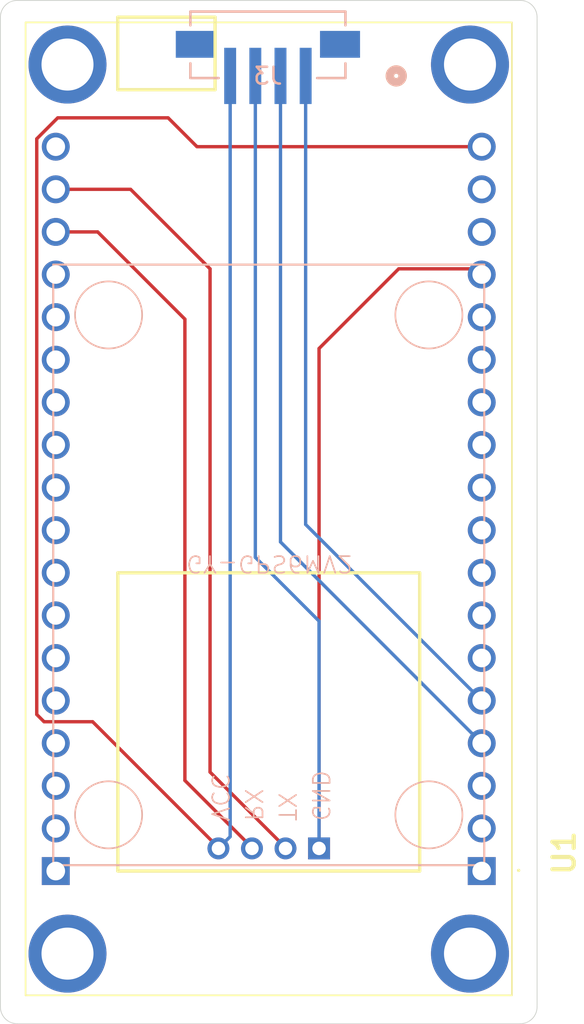
<source format=kicad_pcb>
(kicad_pcb (version 20241229) (generator "pcbnew") (generator_version "9.0")
  (layers (0 "F.Cu" signal) (2 "B.Cu" signal) (13 "F.Paste" user) (15 "B.Paste" user) (5 "F.SilkS" user "F.Silkscreen") (7 "B.SilkS" user "B.Silkscreen") (1 "F.Mask" user) (3 "B.Mask" user) (25 "Edge.Cuts" user))
  (net 0 "")
  (net 1 "GND")
  (net 2 "TX")
  (net 3 "RX")
  (net 4 "vcc")
  (net 5 "TX_1")
  (net 6 "RX_1")
  (footprint "Library:FIREBEETLE_ESP32" (layer "F.Cu") (at 202 77 -90)
    (property "Reference" "U1" (at 24.322 -17.61 90) (layer "F.SilkS") (effects (font (size 1.27 1.27) (thickness 0.254))))
    (property "Value" "DFR0478" (hide yes))
    (fp_line (start -25.19 14.5) (end -25.19 -14.5) (stroke (width 0.1)) (layer "F.SilkS"))
    (fp_line (start 32.81 14.5) (end -25.19 14.5) (stroke (width 0.1)) (layer "F.SilkS"))
    (fp_line (start -25.5 9.005) (end -21.178 9.005) (stroke (width 0.2)) (layer "F.SilkS"))
    (fp_line (start -21.178 9.005) (end -21.178 3.199) (stroke (width 0.2)) (layer "F.SilkS"))
    (fp_line (start 7.62 9) (end 25.4 9) (stroke (width 0.2)) (layer "F.SilkS"))
    (fp_line (start 25.4 9) (end 25.4 -9) (stroke (width 0.2)) (layer "F.SilkS"))
    (fp_line (start -25.5 3.199) (end -25.5 9.005) (stroke (width 0.2)) (layer "F.SilkS"))
    (fp_line (start -21.178 3.199) (end -25.5 3.199) (stroke (width 0.2)) (layer "F.SilkS"))
    (fp_line (start 7.62 -9) (end 7.62 9) (stroke (width 0.2)) (layer "F.SilkS"))
    (fp_line (start 25.4 -9) (end 7.62 -9) (stroke (width 0.2)) (layer "F.SilkS"))
    (fp_line (start -25.19 -14.5) (end 32.81 -14.5) (stroke (width 0.1)) (layer "F.SilkS"))
    (fp_line (start 32.81 -14.5) (end 32.81 14.5) (stroke (width 0.1)) (layer "F.SilkS"))
    (fp_line (start 25.31 -14.9) (end 25.31 -14.9) (stroke (width 0.1)) (layer "F.SilkS"))
    (fp_line (start 25.41 -14.9) (end 25.41 -14.9) (stroke (width 0.1)) (layer "F.SilkS"))
    (fp_arc (start 25.31 -14.9) (mid 25.36 -14.95) (end 25.41 -14.9) (stroke (width 0.1)) (layer "F.SilkS"))
    (fp_arc (start 25.41 -14.9) (mid 25.36 -14.85) (end 25.31 -14.9) (stroke (width 0.1)) (layer "F.SilkS"))
    (pad "1" thru_hole rect (at 25.4 -12.7 270) (size 1.665 1.665) (drill 1.11) (layers "*.Cu" "*.Mask"))
    (pad "2" thru_hole circle (at 22.86 -12.7 270) (size 1.665 1.665) (drill 1.11) (layers "*.Cu" "*.Mask"))
    (pad "3" thru_hole circle (at 20.32 -12.7 270) (size 1.665 1.665) (drill 1.11) (layers "*.Cu" "*.Mask"))
    (pad "4" thru_hole circle (at 17.78 -12.7 270) (size 1.665 1.665) (drill 1.11) (layers "*.Cu" "*.Mask") (net 6 "RX_1"))
    (pad "5" thru_hole circle (at 15.24 -12.7 270) (size 1.665 1.665) (drill 1.11) (layers "*.Cu" "*.Mask") (net 5 "TX_1"))
    (pad "6" thru_hole circle (at 12.7 -12.7 270) (size 1.665 1.665) (drill 1.11) (layers "*.Cu" "*.Mask"))
    (pad "7" thru_hole circle (at 10.16 -12.7 270) (size 1.665 1.665) (drill 1.11) (layers "*.Cu" "*.Mask"))
    (pad "8" thru_hole circle (at 7.62 -12.7 270) (size 1.665 1.665) (drill 1.11) (layers "*.Cu" "*.Mask"))
    (pad "9" thru_hole circle (at 5.08 -12.7 270) (size 1.665 1.665) (drill 1.11) (layers "*.Cu" "*.Mask"))
    (pad "10" thru_hole circle (at 2.54 -12.7 270) (size 1.665 1.665) (drill 1.11) (layers "*.Cu" "*.Mask"))
    (pad "11" thru_hole circle (at 0 -12.7 270) (size 1.665 1.665) (drill 1.11) (layers "*.Cu" "*.Mask"))
    (pad "12" thru_hole circle (at -2.54 -12.7 270) (size 1.665 1.665) (drill 1.11) (layers "*.Cu" "*.Mask"))
    (pad "13" thru_hole circle (at -5.08 -12.7 270) (size 1.665 1.665) (drill 1.11) (layers "*.Cu" "*.Mask"))
    (pad "14" thru_hole circle (at -7.62 -12.7 270) (size 1.665 1.665) (drill 1.11) (layers "*.Cu" "*.Mask"))
    (pad "15" thru_hole circle (at -10.16 -12.7 270) (size 1.665 1.665) (drill 1.11) (layers "*.Cu" "*.Mask") (net 1 "GND"))
    (pad "16" thru_hole circle (at -12.7 -12.7 270) (size 1.665 1.665) (drill 1.11) (layers "*.Cu" "*.Mask"))
    (pad "17" thru_hole circle (at -15.24 -12.7 270) (size 1.665 1.665) (drill 1.11) (layers "*.Cu" "*.Mask"))
    (pad "18" thru_hole circle (at -17.78 -12.7 270) (size 1.665 1.665) (drill 1.11) (layers "*.Cu" "*.Mask") (net 4 "vcc"))
    (pad "19" thru_hole rect (at 25.4 12.7 270) (size 1.665 1.665) (drill 1.11) (layers "*.Cu" "*.Mask"))
    (pad "20" thru_hole circle (at 22.86 12.7 270) (size 1.665 1.665) (drill 1.11) (layers "*.Cu" "*.Mask"))
    (pad "21" thru_hole circle (at 20.32 12.7 270) (size 1.665 1.665) (drill 1.11) (layers "*.Cu" "*.Mask"))
    (pad "22" thru_hole circle (at 17.78 12.7 270) (size 1.665 1.665) (drill 1.11) (layers "*.Cu" "*.Mask"))
    (pad "23" thru_hole circle (at 15.24 12.7 270) (size 1.665 1.665) (drill 1.11) (layers "*.Cu" "*.Mask"))
    (pad "24" thru_hole circle (at 12.7 12.7 270) (size 1.665 1.665) (drill 1.11) (layers "*.Cu" "*.Mask"))
    (pad "25" thru_hole circle (at 10.16 12.7 270) (size 1.665 1.665) (drill 1.11) (layers "*.Cu" "*.Mask"))
    (pad "26" thru_hole circle (at 7.62 12.7 270) (size 1.665 1.665) (drill 1.11) (layers "*.Cu" "*.Mask"))
    (pad "27" thru_hole circle (at 5.08 12.7 270) (size 1.665 1.665) (drill 1.11) (layers "*.Cu" "*.Mask"))
    (pad "28" thru_hole circle (at 2.54 12.7 270) (size 1.665 1.665) (drill 1.11) (layers "*.Cu" "*.Mask"))
    (pad "29" thru_hole circle (at 0 12.7 270) (size 1.665 1.665) (drill 1.11) (layers "*.Cu" "*.Mask"))
    (pad "30" thru_hole circle (at -2.54 12.7 270) (size 1.665 1.665) (drill 1.11) (layers "*.Cu" "*.Mask"))
    (pad "31" thru_hole circle (at -5.08 12.7 270) (size 1.665 1.665) (drill 1.11) (layers "*.Cu" "*.Mask"))
    (pad "32" thru_hole circle (at -7.62 12.7 270) (size 1.665 1.665) (drill 1.11) (layers "*.Cu" "*.Mask"))
    (pad "33" thru_hole circle (at -10.16 12.7 270) (size 1.665 1.665) (drill 1.11) (layers "*.Cu" "*.Mask"))
    (pad "34" thru_hole circle (at -12.7 12.7 270) (size 1.665 1.665) (drill 1.11) (layers "*.Cu" "*.Mask") (net 3 "RX"))
    (pad "35" thru_hole circle (at -15.24 12.7 270) (size 1.665 1.665) (drill 1.11) (layers "*.Cu" "*.Mask") (net 2 "TX"))
    (pad "36" thru_hole circle (at -17.78 12.7 270) (size 1.665 1.665) (drill 1.11) (layers "*.Cu" "*.Mask"))
    (pad "MH1" thru_hole circle (at -22.677 12 270) (size 4.65 4.65) (drill 3.1) (layers "*.Cu" "*.Mask"))
    (pad "MH2" thru_hole circle (at -22.677 -12 270) (size 4.65 4.65) (drill 3.1) (layers "*.Cu" "*.Mask"))
    (pad "MH3" thru_hole circle (at 30.323 -12 270) (size 4.65 4.65) (drill 3.1) (layers "*.Cu" "*.Mask"))
    (pad "MH4" thru_hole circle (at 30.323 12 270) (size 4.65 4.65) (drill 3.1) (layers "*.Cu" "*.Mask"))
  )
  (footprint "Library:CONN_B4B-ZR-SM4-TF_JST" (layer "B.Cu") (at 201.949998 53.1458 180)
    (property "Reference" "J3" (at 0 -1.8542 0) (layer "B.SilkS") (effects (justify mirror)))
    (property "Value" "B4B-PH-SM4-TB__LF__SN_")
    (fp_circle (center -7.652802 -1.8542) (end -7.271802 -1.8542) (stroke (width 0.508)) (fill no) (layer "F.SilkS"))
    (fp_line (start 4.6228 1.9812) (end -4.6228 1.9812) (stroke (width 0.1524)) (layer "B.SilkS"))
    (fp_line (start 4.6228 1.161288) (end 4.6228 1.9812) (stroke (width 0.1524)) (layer "B.SilkS"))
    (fp_line (start 4.6228 -1.9812) (end 4.6228 -1.104392) (stroke (width 0.1524)) (layer "B.SilkS"))
    (fp_line (start 2.938341 -1.9812) (end 4.6228 -1.9812) (stroke (width 0.1524)) (layer "B.SilkS"))
    (fp_line (start -4.6228 1.9812) (end -4.6228 1.161288) (stroke (width 0.1524)) (layer "B.SilkS"))
    (fp_line (start -4.6228 -1.104392) (end -4.6228 -1.9812) (stroke (width 0.1524)) (layer "B.SilkS"))
    (fp_line (start -4.6228 -1.9812) (end -2.938341 -1.9812) (stroke (width 0.1524)) (layer "B.SilkS"))
    (fp_circle (center -7.652802 -1.8542) (end -7.271802 -1.8542) (stroke (width 0.508)) (fill no) (layer "B.SilkS"))
    (pad "1" smd rect (at -2.250001 -1.8542 180) (size 0.7112 3.3528) (layers "B.Cu" "B.Mask" "B.Paste") (net 5 "TX_1"))
    (pad "2" smd rect (at -0.750001 -1.8542 180) (size 0.7112 3.3528) (layers "B.Cu" "B.Mask" "B.Paste") (net 6 "RX_1"))
    (pad "3" smd rect (at 0.750001 -1.8542 180) (size 0.7112 3.3528) (layers "B.Cu" "B.Mask" "B.Paste") (net 1 "GND"))
    (pad "4" smd rect (at 2.250001 -1.8542 180) (size 0.7112 3.3528) (layers "B.Cu" "B.Mask" "B.Paste") (net 4 "vcc"))
    (pad "5" smd rect (at -4.300002 0.028448 180) (size 2.3876 1.6002) (layers "B.Cu" "B.Mask" "B.Paste"))
    (pad "6" smd rect (at 4.300002 0.028448 180) (size 2.3876 1.6002) (layers "B.Cu" "B.Mask" "B.Paste"))
  )
  (footprint "Library:GY-GPS6MV2" (layer "B.Cu") (at 202 84)
    (property "Reference" "J2" (hide yes))
    (property "Value" "Conn_01x04_Pin" (hide yes))
    (fp_line (start -12.85 -17.75) (end -12.85 18.05) (stroke (width 0.127)) (layer "B.SilkS"))
    (fp_line (start -12.85 -17.75) (end 12.85 -17.75) (stroke (width 0.127)) (layer "B.SilkS"))
    (fp_line (start -12.85 18.05) (end 12.85 18.05) (stroke (width 0.127)) (layer "B.SilkS"))
    (fp_line (start 12.85 -17.75) (end 12.85 18.05) (stroke (width 0.127)) (layer "B.SilkS"))
    (fp_circle (center -9.55 -14.75) (end -9.55 -12.75) (stroke (width 0.1)) (fill no) (layer "B.SilkS"))
    (fp_circle (center -9.55 15.05) (end -9.55 17.05) (stroke (width 0.1)) (fill no) (layer "B.SilkS"))
    (fp_circle (center 9.55 -14.75) (end 9.55 -16.75) (stroke (width 0.1)) (fill no) (layer "B.SilkS"))
    (fp_circle (center 9.55 15.05) (end 9.55 13.05) (stroke (width 0.1)) (fill no) (layer "B.SilkS"))
    (fp_text user "VCC" (at -3.5 15.5 270) (layer "B.SilkS") (effects (font (thickness 0.1)) (justify left bottom mirror)))
    (fp_text user "GND" (at 2.5 15.5 270) (layer "B.SilkS") (effects (font (thickness 0.1)) (justify left bottom mirror)))
    (fp_text user "RX" (at -1.5 15.5 270) (layer "B.SilkS") (effects (font (thickness 0.1)) (justify left bottom mirror)))
    (fp_text user "TX" (at 0.5 15.5 270) (layer "B.SilkS") (effects (font (thickness 0.1)) (justify left bottom mirror)))
    (fp_text user "GY-GPS6MV2" (at -5 -0.5 180) (layer "B.SilkS") (effects (font (thickness 0.1)) (justify left bottom mirror)))
    (pad "1" thru_hole rect (at 3 17.05 180) (size 1.308 1.308) (drill 0.8) (layers "*.Cu" "*.Mask") (net 1 "GND"))
    (pad "2" thru_hole circle (at 1 17.05 180) (size 1.308 1.308) (drill 0.8) (layers "*.Cu" "*.Mask") (net 2 "TX"))
    (pad "3" thru_hole circle (at -1 17.05 180) (size 1.308 1.308) (drill 0.8) (layers "*.Cu" "*.Mask") (net 3 "RX"))
    (pad "4" thru_hole circle (at -3 17.05 180) (size 1.308 1.308) (drill 0.8) (layers "*.Cu" "*.Mask") (net 4 "vcc"))
  )
  (gr_line (start 186 110.5) (end 186 51.5) (stroke (width 0.05)) (layer "Edge.Cuts"))
  (gr_arc (start 218 110.5) (mid 217.707107 111.207107) (end 217 111.5) (stroke (width 0.05)) (layer "Edge.Cuts"))
  (gr_arc (start 187 111.5) (mid 186.292893 111.207107) (end 186 110.5) (stroke (width 0.05)) (layer "Edge.Cuts"))
  (gr_arc (start 186 51.5) (mid 186.292893 50.792893) (end 187 50.5) (stroke (width 0.05)) (layer "Edge.Cuts"))
  (gr_arc (start 217 50.5) (mid 217.707107 50.792893) (end 218 51.5) (stroke (width 0.05)) (layer "Edge.Cuts"))
  (gr_line (start 217 111.5) (end 187 111.5) (stroke (width 0.05)) (layer "Edge.Cuts"))
  (gr_line (start 187 50.5) (end 217 50.5) (stroke (width 0.05)) (layer "Edge.Cuts"))
  (gr_line (start 218 51.5) (end 218 110.5) (stroke (width 0.05)) (layer "Edge.Cuts"))
  (segment (start 205 101) (end 205 71.25) (width 0.2) (layer "F.Cu") (net 1))
  (segment (start 214.36 66.5) (end 214.7 66.84) (width 0.2) (layer "F.Cu") (net 1))
  (segment (start 205 71.25) (end 209.75 66.5) (width 0.2) (layer "F.Cu") (net 1))
  (segment (start 209.75 66.5) (end 214.36 66.5) (width 0.2) (layer "F.Cu") (net 1))
  (segment (start 201.199997 55) (end 201.199997 83.699997) (width 0.2) (layer "B.Cu") (net 1))
  (segment (start 205 87.5) (end 205 101.05) (width 0.2) (layer "B.Cu") (net 1))
  (segment (start 201.199997 83.699997) (end 205 87.5) (width 0.2) (layer "B.Cu") (net 1))
  (segment (start 198.5 96.5) (end 198.5 66.5) (width 0.2) (layer "F.Cu") (net 2))
  (segment (start 203 101) (end 198.5 96.5) (width 0.2) (layer "F.Cu") (net 2))
  (segment (start 193.76 61.76) (end 189.3 61.76) (width 0.2) (layer "F.Cu") (net 2))
  (segment (start 198.5 66.5) (end 193.76 61.76) (width 0.2) (layer "F.Cu") (net 2))
  (segment (start 201 101) (end 197 97) (width 0.2) (layer "F.Cu") (net 3))
  (segment (start 191.8 64.3) (end 189.3 64.3) (width 0.2) (layer "F.Cu") (net 3))
  (segment (start 197 69.5) (end 191.8 64.3) (width 0.2) (layer "F.Cu") (net 3))
  (segment (start 197 97) (end 197 69.5) (width 0.2) (layer "F.Cu") (net 3))
  (segment (start 199 101) (end 191.5 93.5) (width 0.2) (layer "F.Cu") (net 4))
  (segment (start 191.5 93.5) (end 188.601 93.5) (width 0.2) (layer "F.Cu") (net 4))
  (segment (start 197.72 59.22) (end 214.7 59.22) (width 0.2) (layer "F.Cu") (net 4))
  (segment (start 189.416988 57.5) (end 196 57.5) (width 0.2) (layer "F.Cu") (net 4))
  (segment (start 188.1665 58.750488) (end 189.416988 57.5) (width 0.2) (layer "F.Cu") (net 4))
  (segment (start 188.601 93.5) (end 188.1665 93.0655) (width 0.2) (layer "F.Cu") (net 4))
  (segment (start 196 57.5) (end 197.72 59.22) (width 0.2) (layer "F.Cu") (net 4))
  (segment (start 188.1665 93.0655) (end 188.1665 58.750488) (width 0.2) (layer "F.Cu") (net 4))
  (segment (start 199.699997 55) (end 199.699997 100.350003) (width 0.2) (layer "B.Cu") (net 4))
  (segment (start 199.699997 100.350003) (end 199 101.05) (width 0.2) (layer "B.Cu") (net 4))
  (segment (start 204.199999 55) (end 204.199999 81.739999) (width 0.2) (layer "B.Cu") (net 5))
  (segment (start 204.199999 81.739999) (end 214.7 92.24) (width 0.2) (layer "B.Cu") (net 5))
  (segment (start 202.699999 55) (end 202.699999 82.779999) (width 0.2) (layer "B.Cu") (net 6))
  (segment (start 202.699999 82.779999) (end 214.7 94.78) (width 0.2) (layer "B.Cu") (net 6))
)
</source>
